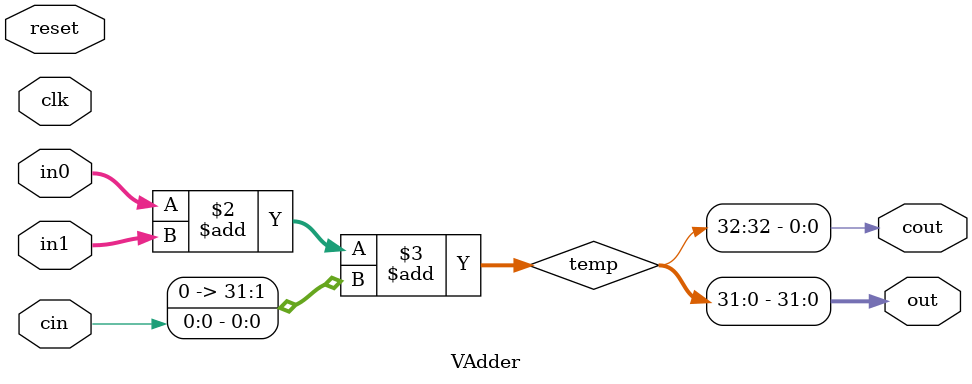
<source format=sv>
module VAdder #( parameter nbits = 32 )
(
  input  logic clk,
  input  logic reset,
  input  logic [nbits-1:0] in0,
  input  logic [nbits-1:0] in1,
  input  logic cin,
  output logic [nbits-1:0] out,
  output logic cout
);

  logic [nbits:0] temp;

  always_comb begin
    temp = ( in0 + in1 ) + 32'(cin);
  end
  
  assign cout = temp[nbits];
  assign out = temp[nbits-1:0];

endmodule

</source>
